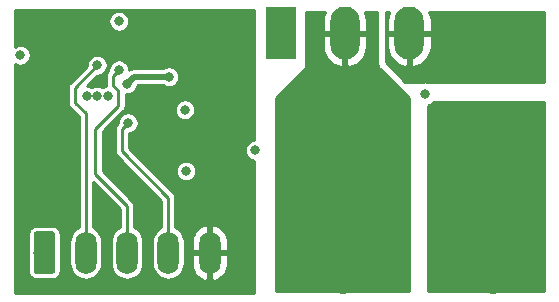
<source format=gbl>
G04 #@! TF.GenerationSoftware,KiCad,Pcbnew,(5.1.2)-2*
G04 #@! TF.CreationDate,2021-03-22T02:30:38-04:00*
G04 #@! TF.ProjectId,Repowered_Electronic_Load_Module,5265706f-7765-4726-9564-5f456c656374,rev?*
G04 #@! TF.SameCoordinates,Original*
G04 #@! TF.FileFunction,Copper,L4,Bot*
G04 #@! TF.FilePolarity,Positive*
%FSLAX46Y46*%
G04 Gerber Fmt 4.6, Leading zero omitted, Abs format (unit mm)*
G04 Created by KiCad (PCBNEW (5.1.2)-2) date 2021-03-22 02:30:38*
%MOMM*%
%LPD*%
G04 APERTURE LIST*
%ADD10C,0.900000*%
%ADD11C,8.600000*%
%ADD12O,1.800000X3.600000*%
%ADD13C,0.100000*%
%ADD14C,1.800000*%
%ADD15O,2.500000X4.500000*%
%ADD16R,2.500000X4.500000*%
%ADD17C,0.800000*%
%ADD18C,0.500000*%
%ADD19C,0.250000*%
%ADD20C,0.254000*%
G04 APERTURE END LIST*
D10*
X134730419Y-67969581D03*
X132450000Y-67025000D03*
X130169581Y-67969581D03*
X129225000Y-70250000D03*
X130169581Y-72530419D03*
X132450000Y-73475000D03*
X134730419Y-72530419D03*
X135675000Y-70250000D03*
D11*
X132450000Y-70250000D03*
D10*
X122030419Y-67969581D03*
X119750000Y-67025000D03*
X117469581Y-67969581D03*
X116525000Y-70250000D03*
X117469581Y-72530419D03*
X119750000Y-73475000D03*
X122030419Y-72530419D03*
X122975000Y-70250000D03*
D11*
X119750000Y-70250000D03*
D12*
X108500000Y-71050000D03*
X105000000Y-71050000D03*
X101500000Y-71050000D03*
X98000000Y-71050000D03*
D13*
G36*
X95174504Y-69251204D02*
G01*
X95198773Y-69254804D01*
X95222571Y-69260765D01*
X95245671Y-69269030D01*
X95267849Y-69279520D01*
X95288893Y-69292133D01*
X95308598Y-69306747D01*
X95326777Y-69323223D01*
X95343253Y-69341402D01*
X95357867Y-69361107D01*
X95370480Y-69382151D01*
X95380970Y-69404329D01*
X95389235Y-69427429D01*
X95395196Y-69451227D01*
X95398796Y-69475496D01*
X95400000Y-69500000D01*
X95400000Y-72600000D01*
X95398796Y-72624504D01*
X95395196Y-72648773D01*
X95389235Y-72672571D01*
X95380970Y-72695671D01*
X95370480Y-72717849D01*
X95357867Y-72738893D01*
X95343253Y-72758598D01*
X95326777Y-72776777D01*
X95308598Y-72793253D01*
X95288893Y-72807867D01*
X95267849Y-72820480D01*
X95245671Y-72830970D01*
X95222571Y-72839235D01*
X95198773Y-72845196D01*
X95174504Y-72848796D01*
X95150000Y-72850000D01*
X93850000Y-72850000D01*
X93825496Y-72848796D01*
X93801227Y-72845196D01*
X93777429Y-72839235D01*
X93754329Y-72830970D01*
X93732151Y-72820480D01*
X93711107Y-72807867D01*
X93691402Y-72793253D01*
X93673223Y-72776777D01*
X93656747Y-72758598D01*
X93642133Y-72738893D01*
X93629520Y-72717849D01*
X93619030Y-72695671D01*
X93610765Y-72672571D01*
X93604804Y-72648773D01*
X93601204Y-72624504D01*
X93600000Y-72600000D01*
X93600000Y-69500000D01*
X93601204Y-69475496D01*
X93604804Y-69451227D01*
X93610765Y-69427429D01*
X93619030Y-69404329D01*
X93629520Y-69382151D01*
X93642133Y-69361107D01*
X93656747Y-69341402D01*
X93673223Y-69323223D01*
X93691402Y-69306747D01*
X93711107Y-69292133D01*
X93732151Y-69279520D01*
X93754329Y-69269030D01*
X93777429Y-69260765D01*
X93801227Y-69254804D01*
X93825496Y-69251204D01*
X93850000Y-69250000D01*
X95150000Y-69250000D01*
X95174504Y-69251204D01*
X95174504Y-69251204D01*
G37*
D14*
X94500000Y-71050000D03*
D15*
X125400000Y-52500000D03*
X119950000Y-52500000D03*
D16*
X114500000Y-52500000D03*
D17*
X97225000Y-52475000D03*
X99875000Y-61525000D03*
X96875000Y-59700000D03*
X96300000Y-64775000D03*
X102100000Y-61450000D03*
X102850000Y-58950000D03*
X94475000Y-56150000D03*
X135400000Y-61050000D03*
X134492852Y-61050000D03*
X133585710Y-61050000D03*
X132678568Y-61050000D03*
X131771426Y-61050000D03*
X130864284Y-61050000D03*
X129957142Y-61050000D03*
X129050000Y-61050000D03*
X108600000Y-56150000D03*
X109350000Y-53650000D03*
X97050000Y-65725000D03*
X99875000Y-57825000D03*
X98975000Y-57825000D03*
X98075000Y-57825000D03*
X100800000Y-51475000D03*
X92475000Y-54350000D03*
X106400000Y-58950000D03*
X105050000Y-56150000D03*
X101500000Y-56750000D03*
X100800000Y-55575000D03*
X98975000Y-55200000D03*
X126750000Y-57600000D03*
X112350000Y-62400000D03*
X130914290Y-52900000D03*
X130007148Y-52900000D03*
X134542858Y-52900000D03*
X132728574Y-52900000D03*
X131821432Y-52900000D03*
X133635716Y-52900000D03*
X129100000Y-52900000D03*
X135450000Y-52900000D03*
X130300000Y-56100000D03*
X106500000Y-64150000D03*
X101600000Y-60050000D03*
D18*
X101500000Y-56750000D02*
X101500000Y-56750000D01*
X105050000Y-56150000D02*
X102100000Y-56150000D01*
X102100000Y-56150000D02*
X101500000Y-56750000D01*
D19*
X101500000Y-67100000D02*
X101500000Y-71000000D01*
X98825000Y-64425000D02*
X101500000Y-67100000D01*
X100300000Y-56075000D02*
X100300000Y-56900000D01*
X100800000Y-55575000D02*
X100300000Y-56075000D01*
X100300000Y-56900000D02*
X100775000Y-57375000D01*
X100775000Y-57375000D02*
X100775000Y-58650000D01*
X100775000Y-58650000D02*
X98825000Y-60600000D01*
X98825000Y-60600000D02*
X98825000Y-64425000D01*
X97075000Y-57100000D02*
X98975000Y-55200000D01*
X97075000Y-58350000D02*
X97075000Y-57100000D01*
X98000000Y-71000000D02*
X98000000Y-59275000D01*
X98000000Y-59275000D02*
X97075000Y-58350000D01*
X101600000Y-60050000D02*
X101050000Y-60600000D01*
X101050000Y-60600000D02*
X101050000Y-62450000D01*
X105000000Y-66400000D02*
X105000000Y-71000000D01*
X101050000Y-62450000D02*
X105000000Y-66400000D01*
D20*
G36*
X118257088Y-50661309D02*
G01*
X118125996Y-51007695D01*
X118065000Y-51373000D01*
X118065000Y-52373000D01*
X119823000Y-52373000D01*
X119823000Y-52353000D01*
X120077000Y-52353000D01*
X120077000Y-52373000D01*
X121835000Y-52373000D01*
X121835000Y-51373000D01*
X121774004Y-51007695D01*
X121642912Y-50661309D01*
X121642095Y-50660000D01*
X122665000Y-50660000D01*
X122665000Y-55000000D01*
X122677201Y-55123882D01*
X122713336Y-55243004D01*
X122772017Y-55352787D01*
X122850987Y-55449013D01*
X122875297Y-55473323D01*
X122875440Y-55474776D01*
X122882667Y-55498601D01*
X122894403Y-55520557D01*
X122910197Y-55539803D01*
X125373000Y-58002606D01*
X125373000Y-74340000D01*
X114127000Y-74340000D01*
X114127000Y-58002606D01*
X116589803Y-55539803D01*
X116605597Y-55520557D01*
X116617333Y-55498601D01*
X116624560Y-55474776D01*
X116627000Y-55450000D01*
X116627000Y-52627000D01*
X118065000Y-52627000D01*
X118065000Y-53627000D01*
X118125996Y-53992305D01*
X118257088Y-54338691D01*
X118453237Y-54652847D01*
X118706906Y-54922699D01*
X119008347Y-55137878D01*
X119345975Y-55290114D01*
X119530355Y-55337695D01*
X119823000Y-55221572D01*
X119823000Y-52627000D01*
X120077000Y-52627000D01*
X120077000Y-55221572D01*
X120369645Y-55337695D01*
X120554025Y-55290114D01*
X120891653Y-55137878D01*
X121193094Y-54922699D01*
X121446763Y-54652847D01*
X121642912Y-54338691D01*
X121774004Y-53992305D01*
X121835000Y-53627000D01*
X121835000Y-52627000D01*
X120077000Y-52627000D01*
X119823000Y-52627000D01*
X118065000Y-52627000D01*
X116627000Y-52627000D01*
X116627000Y-50660000D01*
X118257905Y-50660000D01*
X118257088Y-50661309D01*
X118257088Y-50661309D01*
G37*
X118257088Y-50661309D02*
X118125996Y-51007695D01*
X118065000Y-51373000D01*
X118065000Y-52373000D01*
X119823000Y-52373000D01*
X119823000Y-52353000D01*
X120077000Y-52353000D01*
X120077000Y-52373000D01*
X121835000Y-52373000D01*
X121835000Y-51373000D01*
X121774004Y-51007695D01*
X121642912Y-50661309D01*
X121642095Y-50660000D01*
X122665000Y-50660000D01*
X122665000Y-55000000D01*
X122677201Y-55123882D01*
X122713336Y-55243004D01*
X122772017Y-55352787D01*
X122850987Y-55449013D01*
X122875297Y-55473323D01*
X122875440Y-55474776D01*
X122882667Y-55498601D01*
X122894403Y-55520557D01*
X122910197Y-55539803D01*
X125373000Y-58002606D01*
X125373000Y-74340000D01*
X114127000Y-74340000D01*
X114127000Y-58002606D01*
X116589803Y-55539803D01*
X116605597Y-55520557D01*
X116617333Y-55498601D01*
X116624560Y-55474776D01*
X116627000Y-55450000D01*
X116627000Y-52627000D01*
X118065000Y-52627000D01*
X118065000Y-53627000D01*
X118125996Y-53992305D01*
X118257088Y-54338691D01*
X118453237Y-54652847D01*
X118706906Y-54922699D01*
X119008347Y-55137878D01*
X119345975Y-55290114D01*
X119530355Y-55337695D01*
X119823000Y-55221572D01*
X119823000Y-52627000D01*
X120077000Y-52627000D01*
X120077000Y-55221572D01*
X120369645Y-55337695D01*
X120554025Y-55290114D01*
X120891653Y-55137878D01*
X121193094Y-54922699D01*
X121446763Y-54652847D01*
X121642912Y-54338691D01*
X121774004Y-53992305D01*
X121835000Y-53627000D01*
X121835000Y-52627000D01*
X120077000Y-52627000D01*
X119823000Y-52627000D01*
X118065000Y-52627000D01*
X116627000Y-52627000D01*
X116627000Y-50660000D01*
X118257905Y-50660000D01*
X118257088Y-50661309D01*
G36*
X123707088Y-50661309D02*
G01*
X123575996Y-51007695D01*
X123515000Y-51373000D01*
X123515000Y-52373000D01*
X125273000Y-52373000D01*
X125273000Y-52353000D01*
X125527000Y-52353000D01*
X125527000Y-52373000D01*
X127285000Y-52373000D01*
X127285000Y-51373000D01*
X127224004Y-51007695D01*
X127092912Y-50661309D01*
X127092095Y-50660000D01*
X136840000Y-50660000D01*
X136840000Y-56573000D01*
X126892158Y-56573000D01*
X126851939Y-56565000D01*
X126648061Y-56565000D01*
X126607842Y-56573000D01*
X125052606Y-56573000D01*
X123427000Y-54947394D01*
X123427000Y-52627000D01*
X123515000Y-52627000D01*
X123515000Y-53627000D01*
X123575996Y-53992305D01*
X123707088Y-54338691D01*
X123903237Y-54652847D01*
X124156906Y-54922699D01*
X124458347Y-55137878D01*
X124795975Y-55290114D01*
X124980355Y-55337695D01*
X125273000Y-55221572D01*
X125273000Y-52627000D01*
X125527000Y-52627000D01*
X125527000Y-55221572D01*
X125819645Y-55337695D01*
X126004025Y-55290114D01*
X126341653Y-55137878D01*
X126643094Y-54922699D01*
X126896763Y-54652847D01*
X127092912Y-54338691D01*
X127224004Y-53992305D01*
X127285000Y-53627000D01*
X127285000Y-52627000D01*
X125527000Y-52627000D01*
X125273000Y-52627000D01*
X123515000Y-52627000D01*
X123427000Y-52627000D01*
X123427000Y-50660000D01*
X123707905Y-50660000D01*
X123707088Y-50661309D01*
X123707088Y-50661309D01*
G37*
X123707088Y-50661309D02*
X123575996Y-51007695D01*
X123515000Y-51373000D01*
X123515000Y-52373000D01*
X125273000Y-52373000D01*
X125273000Y-52353000D01*
X125527000Y-52353000D01*
X125527000Y-52373000D01*
X127285000Y-52373000D01*
X127285000Y-51373000D01*
X127224004Y-51007695D01*
X127092912Y-50661309D01*
X127092095Y-50660000D01*
X136840000Y-50660000D01*
X136840000Y-56573000D01*
X126892158Y-56573000D01*
X126851939Y-56565000D01*
X126648061Y-56565000D01*
X126607842Y-56573000D01*
X125052606Y-56573000D01*
X123427000Y-54947394D01*
X123427000Y-52627000D01*
X123515000Y-52627000D01*
X123515000Y-53627000D01*
X123575996Y-53992305D01*
X123707088Y-54338691D01*
X123903237Y-54652847D01*
X124156906Y-54922699D01*
X124458347Y-55137878D01*
X124795975Y-55290114D01*
X124980355Y-55337695D01*
X125273000Y-55221572D01*
X125273000Y-52627000D01*
X125527000Y-52627000D01*
X125527000Y-55221572D01*
X125819645Y-55337695D01*
X126004025Y-55290114D01*
X126341653Y-55137878D01*
X126643094Y-54922699D01*
X126896763Y-54652847D01*
X127092912Y-54338691D01*
X127224004Y-53992305D01*
X127285000Y-53627000D01*
X127285000Y-52627000D01*
X125527000Y-52627000D01*
X125273000Y-52627000D01*
X123515000Y-52627000D01*
X123427000Y-52627000D01*
X123427000Y-50660000D01*
X123707905Y-50660000D01*
X123707088Y-50661309D01*
G36*
X136840000Y-58323911D02*
G01*
X136840001Y-74340000D01*
X126952000Y-74340000D01*
X126952000Y-58615097D01*
X127051898Y-58595226D01*
X127240256Y-58517205D01*
X127409774Y-58403937D01*
X127533391Y-58280320D01*
X136840000Y-58323911D01*
X136840000Y-58323911D01*
G37*
X136840000Y-58323911D02*
X136840001Y-74340000D01*
X126952000Y-74340000D01*
X126952000Y-58615097D01*
X127051898Y-58595226D01*
X127240256Y-58517205D01*
X127409774Y-58403937D01*
X127533391Y-58280320D01*
X136840000Y-58323911D01*
G36*
X112223000Y-61531081D02*
G01*
X112094189Y-61556703D01*
X111934585Y-61622813D01*
X111790945Y-61718790D01*
X111668790Y-61840945D01*
X111572813Y-61984585D01*
X111506703Y-62144189D01*
X111473000Y-62313623D01*
X111473000Y-62486377D01*
X111506703Y-62655811D01*
X111572813Y-62815415D01*
X111668790Y-62959055D01*
X111790945Y-63081210D01*
X111934585Y-63177187D01*
X112094189Y-63243297D01*
X112223000Y-63268919D01*
X112223000Y-74498000D01*
X92002000Y-74498000D01*
X92002000Y-69500000D01*
X93120693Y-69500000D01*
X93120693Y-72600000D01*
X93134706Y-72742281D01*
X93176208Y-72879094D01*
X93243603Y-73005181D01*
X93334302Y-73115698D01*
X93444819Y-73206397D01*
X93570906Y-73273792D01*
X93707719Y-73315294D01*
X93850000Y-73329307D01*
X95150000Y-73329307D01*
X95292281Y-73315294D01*
X95429094Y-73273792D01*
X95555181Y-73206397D01*
X95665698Y-73115698D01*
X95756397Y-73005181D01*
X95823792Y-72879094D01*
X95865294Y-72742281D01*
X95879307Y-72600000D01*
X95879307Y-69500000D01*
X95865294Y-69357719D01*
X95823792Y-69220906D01*
X95756397Y-69094819D01*
X95665698Y-68984302D01*
X95555181Y-68893603D01*
X95429094Y-68826208D01*
X95292281Y-68784706D01*
X95150000Y-68770693D01*
X93850000Y-68770693D01*
X93707719Y-68784706D01*
X93570906Y-68826208D01*
X93444819Y-68893603D01*
X93334302Y-68984302D01*
X93243603Y-69094819D01*
X93176208Y-69220906D01*
X93134706Y-69357719D01*
X93120693Y-69500000D01*
X92002000Y-69500000D01*
X92002000Y-57100000D01*
X96470089Y-57100000D01*
X96473001Y-57129566D01*
X96473000Y-58320443D01*
X96470089Y-58350000D01*
X96473000Y-58379556D01*
X96473000Y-58379565D01*
X96481711Y-58468011D01*
X96516134Y-58581489D01*
X96572034Y-58686070D01*
X96647263Y-58777737D01*
X96670234Y-58796589D01*
X97398001Y-59524357D01*
X97398000Y-68910412D01*
X97231279Y-68999527D01*
X97021603Y-69171604D01*
X96849527Y-69381280D01*
X96721663Y-69620496D01*
X96642925Y-69880062D01*
X96623000Y-70082361D01*
X96623000Y-72017640D01*
X96642926Y-72219939D01*
X96721664Y-72479505D01*
X96849528Y-72718721D01*
X97021604Y-72928397D01*
X97231280Y-73100473D01*
X97470496Y-73228337D01*
X97730062Y-73307075D01*
X98000000Y-73333662D01*
X98269939Y-73307075D01*
X98529505Y-73228337D01*
X98768721Y-73100473D01*
X98978397Y-72928397D01*
X99150473Y-72718721D01*
X99278337Y-72479505D01*
X99357075Y-72219939D01*
X99377000Y-72017640D01*
X99377000Y-70082360D01*
X99357075Y-69880061D01*
X99278337Y-69620495D01*
X99150473Y-69381279D01*
X98978396Y-69171603D01*
X98768720Y-68999527D01*
X98602000Y-68910413D01*
X98602000Y-65053355D01*
X100898000Y-67349357D01*
X100898000Y-68910412D01*
X100731279Y-68999527D01*
X100521603Y-69171604D01*
X100349527Y-69381280D01*
X100221663Y-69620496D01*
X100142925Y-69880062D01*
X100123000Y-70082361D01*
X100123000Y-72017640D01*
X100142926Y-72219939D01*
X100221664Y-72479505D01*
X100349528Y-72718721D01*
X100521604Y-72928397D01*
X100731280Y-73100473D01*
X100970496Y-73228337D01*
X101230062Y-73307075D01*
X101500000Y-73333662D01*
X101769939Y-73307075D01*
X102029505Y-73228337D01*
X102268721Y-73100473D01*
X102478397Y-72928397D01*
X102650473Y-72718721D01*
X102778337Y-72479505D01*
X102857075Y-72219939D01*
X102877000Y-72017640D01*
X102877000Y-70082360D01*
X102857075Y-69880061D01*
X102778337Y-69620495D01*
X102650473Y-69381279D01*
X102478396Y-69171603D01*
X102268720Y-68999527D01*
X102102000Y-68910413D01*
X102102000Y-67129556D01*
X102104911Y-67099999D01*
X102102000Y-67070443D01*
X102102000Y-67070434D01*
X102093289Y-66981988D01*
X102058866Y-66868510D01*
X102002966Y-66763929D01*
X101992286Y-66750916D01*
X101946584Y-66695227D01*
X101946580Y-66695223D01*
X101927737Y-66672263D01*
X101904778Y-66653421D01*
X99427000Y-64175645D01*
X99427000Y-60849355D01*
X99676355Y-60600000D01*
X100445089Y-60600000D01*
X100448000Y-60629557D01*
X100448001Y-62420434D01*
X100445089Y-62450000D01*
X100456712Y-62568012D01*
X100491134Y-62681489D01*
X100491135Y-62681490D01*
X100547035Y-62786071D01*
X100622264Y-62877737D01*
X100645229Y-62896584D01*
X104398000Y-66649356D01*
X104398001Y-68910412D01*
X104231279Y-68999527D01*
X104021603Y-69171604D01*
X103849527Y-69381280D01*
X103721663Y-69620496D01*
X103642925Y-69880062D01*
X103623000Y-70082361D01*
X103623000Y-72017640D01*
X103642926Y-72219939D01*
X103721664Y-72479505D01*
X103849528Y-72718721D01*
X104021604Y-72928397D01*
X104231280Y-73100473D01*
X104470496Y-73228337D01*
X104730062Y-73307075D01*
X105000000Y-73333662D01*
X105269939Y-73307075D01*
X105529505Y-73228337D01*
X105768721Y-73100473D01*
X105978397Y-72928397D01*
X106150473Y-72718721D01*
X106278337Y-72479505D01*
X106357075Y-72219939D01*
X106377000Y-72017640D01*
X106377000Y-71177000D01*
X106965000Y-71177000D01*
X106965000Y-72077000D01*
X107019271Y-72374023D01*
X107130446Y-72654751D01*
X107294252Y-72908396D01*
X107504394Y-73125210D01*
X107752796Y-73296862D01*
X108029913Y-73416755D01*
X108135260Y-73441036D01*
X108373000Y-73320378D01*
X108373000Y-71177000D01*
X108627000Y-71177000D01*
X108627000Y-73320378D01*
X108864740Y-73441036D01*
X108970087Y-73416755D01*
X109247204Y-73296862D01*
X109495606Y-73125210D01*
X109705748Y-72908396D01*
X109869554Y-72654751D01*
X109980729Y-72374023D01*
X110035000Y-72077000D01*
X110035000Y-71177000D01*
X108627000Y-71177000D01*
X108373000Y-71177000D01*
X106965000Y-71177000D01*
X106377000Y-71177000D01*
X106377000Y-70082360D01*
X106371154Y-70023000D01*
X106965000Y-70023000D01*
X106965000Y-70923000D01*
X108373000Y-70923000D01*
X108373000Y-68779622D01*
X108627000Y-68779622D01*
X108627000Y-70923000D01*
X110035000Y-70923000D01*
X110035000Y-70023000D01*
X109980729Y-69725977D01*
X109869554Y-69445249D01*
X109705748Y-69191604D01*
X109495606Y-68974790D01*
X109247204Y-68803138D01*
X108970087Y-68683245D01*
X108864740Y-68658964D01*
X108627000Y-68779622D01*
X108373000Y-68779622D01*
X108135260Y-68658964D01*
X108029913Y-68683245D01*
X107752796Y-68803138D01*
X107504394Y-68974790D01*
X107294252Y-69191604D01*
X107130446Y-69445249D01*
X107019271Y-69725977D01*
X106965000Y-70023000D01*
X106371154Y-70023000D01*
X106357075Y-69880061D01*
X106278337Y-69620495D01*
X106150473Y-69381279D01*
X105978396Y-69171603D01*
X105768720Y-68999527D01*
X105602000Y-68910413D01*
X105602000Y-66429559D01*
X105604911Y-66400000D01*
X105602000Y-66370441D01*
X105602000Y-66370434D01*
X105593289Y-66281988D01*
X105558866Y-66168510D01*
X105502967Y-66063930D01*
X105502966Y-66063928D01*
X105446584Y-65995228D01*
X105427737Y-65972263D01*
X105404773Y-65953417D01*
X103514979Y-64063623D01*
X105623000Y-64063623D01*
X105623000Y-64236377D01*
X105656703Y-64405811D01*
X105722813Y-64565415D01*
X105818790Y-64709055D01*
X105940945Y-64831210D01*
X106084585Y-64927187D01*
X106244189Y-64993297D01*
X106413623Y-65027000D01*
X106586377Y-65027000D01*
X106755811Y-64993297D01*
X106915415Y-64927187D01*
X107059055Y-64831210D01*
X107181210Y-64709055D01*
X107277187Y-64565415D01*
X107343297Y-64405811D01*
X107377000Y-64236377D01*
X107377000Y-64063623D01*
X107343297Y-63894189D01*
X107277187Y-63734585D01*
X107181210Y-63590945D01*
X107059055Y-63468790D01*
X106915415Y-63372813D01*
X106755811Y-63306703D01*
X106586377Y-63273000D01*
X106413623Y-63273000D01*
X106244189Y-63306703D01*
X106084585Y-63372813D01*
X105940945Y-63468790D01*
X105818790Y-63590945D01*
X105722813Y-63734585D01*
X105656703Y-63894189D01*
X105623000Y-64063623D01*
X103514979Y-64063623D01*
X101652000Y-62200645D01*
X101652000Y-60927000D01*
X101686377Y-60927000D01*
X101855811Y-60893297D01*
X102015415Y-60827187D01*
X102159055Y-60731210D01*
X102281210Y-60609055D01*
X102377187Y-60465415D01*
X102443297Y-60305811D01*
X102477000Y-60136377D01*
X102477000Y-59963623D01*
X102443297Y-59794189D01*
X102377187Y-59634585D01*
X102281210Y-59490945D01*
X102159055Y-59368790D01*
X102015415Y-59272813D01*
X101855811Y-59206703D01*
X101686377Y-59173000D01*
X101513623Y-59173000D01*
X101344189Y-59206703D01*
X101184585Y-59272813D01*
X101040945Y-59368790D01*
X100918790Y-59490945D01*
X100822813Y-59634585D01*
X100756703Y-59794189D01*
X100723000Y-59963623D01*
X100723000Y-60075645D01*
X100645233Y-60153412D01*
X100622263Y-60172263D01*
X100547034Y-60263930D01*
X100491134Y-60368511D01*
X100456711Y-60481989D01*
X100448000Y-60570435D01*
X100448000Y-60570444D01*
X100445089Y-60600000D01*
X99676355Y-60600000D01*
X101179777Y-59096580D01*
X101202737Y-59077737D01*
X101221580Y-59054777D01*
X101221584Y-59054773D01*
X101277965Y-58986072D01*
X101277966Y-58986071D01*
X101333866Y-58881490D01*
X101339285Y-58863623D01*
X105523000Y-58863623D01*
X105523000Y-59036377D01*
X105556703Y-59205811D01*
X105622813Y-59365415D01*
X105718790Y-59509055D01*
X105840945Y-59631210D01*
X105984585Y-59727187D01*
X106144189Y-59793297D01*
X106313623Y-59827000D01*
X106486377Y-59827000D01*
X106655811Y-59793297D01*
X106815415Y-59727187D01*
X106959055Y-59631210D01*
X107081210Y-59509055D01*
X107177187Y-59365415D01*
X107243297Y-59205811D01*
X107277000Y-59036377D01*
X107277000Y-58863623D01*
X107243297Y-58694189D01*
X107177187Y-58534585D01*
X107081210Y-58390945D01*
X106959055Y-58268790D01*
X106815415Y-58172813D01*
X106655811Y-58106703D01*
X106486377Y-58073000D01*
X106313623Y-58073000D01*
X106144189Y-58106703D01*
X105984585Y-58172813D01*
X105840945Y-58268790D01*
X105718790Y-58390945D01*
X105622813Y-58534585D01*
X105556703Y-58694189D01*
X105523000Y-58863623D01*
X101339285Y-58863623D01*
X101368289Y-58768012D01*
X101377000Y-58679566D01*
X101377000Y-58679557D01*
X101379911Y-58650001D01*
X101377000Y-58620444D01*
X101377000Y-57619715D01*
X101413623Y-57627000D01*
X101586377Y-57627000D01*
X101755811Y-57593297D01*
X101915415Y-57527187D01*
X102059055Y-57431210D01*
X102181210Y-57309055D01*
X102277187Y-57165415D01*
X102343297Y-57005811D01*
X102360921Y-56917212D01*
X102401133Y-56877000D01*
X104559475Y-56877000D01*
X104634585Y-56927187D01*
X104794189Y-56993297D01*
X104963623Y-57027000D01*
X105136377Y-57027000D01*
X105305811Y-56993297D01*
X105465415Y-56927187D01*
X105609055Y-56831210D01*
X105731210Y-56709055D01*
X105827187Y-56565415D01*
X105893297Y-56405811D01*
X105927000Y-56236377D01*
X105927000Y-56063623D01*
X105893297Y-55894189D01*
X105827187Y-55734585D01*
X105731210Y-55590945D01*
X105609055Y-55468790D01*
X105465415Y-55372813D01*
X105305811Y-55306703D01*
X105136377Y-55273000D01*
X104963623Y-55273000D01*
X104794189Y-55306703D01*
X104634585Y-55372813D01*
X104559475Y-55423000D01*
X102135707Y-55423000D01*
X102099999Y-55419483D01*
X101957482Y-55433520D01*
X101925587Y-55443195D01*
X101820443Y-55475090D01*
X101694147Y-55542597D01*
X101677000Y-55556669D01*
X101677000Y-55488623D01*
X101643297Y-55319189D01*
X101577187Y-55159585D01*
X101481210Y-55015945D01*
X101359055Y-54893790D01*
X101215415Y-54797813D01*
X101055811Y-54731703D01*
X100886377Y-54698000D01*
X100713623Y-54698000D01*
X100544189Y-54731703D01*
X100384585Y-54797813D01*
X100240945Y-54893790D01*
X100118790Y-55015945D01*
X100022813Y-55159585D01*
X99956703Y-55319189D01*
X99923000Y-55488623D01*
X99923000Y-55600645D01*
X99895233Y-55628411D01*
X99872263Y-55647263D01*
X99797034Y-55738930D01*
X99741134Y-55843511D01*
X99706711Y-55956989D01*
X99698000Y-56045435D01*
X99698000Y-56045444D01*
X99695089Y-56075000D01*
X99698000Y-56104556D01*
X99698000Y-56870444D01*
X99695089Y-56900000D01*
X99698000Y-56929556D01*
X99698000Y-56929566D01*
X99701522Y-56965326D01*
X99619189Y-56981703D01*
X99459585Y-57047813D01*
X99425000Y-57070922D01*
X99390415Y-57047813D01*
X99230811Y-56981703D01*
X99061377Y-56948000D01*
X98888623Y-56948000D01*
X98719189Y-56981703D01*
X98559585Y-57047813D01*
X98525000Y-57070922D01*
X98490415Y-57047813D01*
X98330811Y-56981703D01*
X98161377Y-56948000D01*
X98078355Y-56948000D01*
X98949356Y-56077000D01*
X99061377Y-56077000D01*
X99230811Y-56043297D01*
X99390415Y-55977187D01*
X99534055Y-55881210D01*
X99656210Y-55759055D01*
X99752187Y-55615415D01*
X99818297Y-55455811D01*
X99852000Y-55286377D01*
X99852000Y-55113623D01*
X99818297Y-54944189D01*
X99752187Y-54784585D01*
X99656210Y-54640945D01*
X99534055Y-54518790D01*
X99390415Y-54422813D01*
X99230811Y-54356703D01*
X99061377Y-54323000D01*
X98888623Y-54323000D01*
X98719189Y-54356703D01*
X98559585Y-54422813D01*
X98415945Y-54518790D01*
X98293790Y-54640945D01*
X98197813Y-54784585D01*
X98131703Y-54944189D01*
X98098000Y-55113623D01*
X98098000Y-55225644D01*
X96670229Y-56653416D01*
X96647264Y-56672263D01*
X96628417Y-56695228D01*
X96628416Y-56695229D01*
X96572035Y-56763929D01*
X96516134Y-56868511D01*
X96481712Y-56981988D01*
X96470089Y-57100000D01*
X92002000Y-57100000D01*
X92002000Y-55088710D01*
X92059585Y-55127187D01*
X92219189Y-55193297D01*
X92388623Y-55227000D01*
X92561377Y-55227000D01*
X92730811Y-55193297D01*
X92890415Y-55127187D01*
X93034055Y-55031210D01*
X93156210Y-54909055D01*
X93252187Y-54765415D01*
X93318297Y-54605811D01*
X93352000Y-54436377D01*
X93352000Y-54263623D01*
X93318297Y-54094189D01*
X93252187Y-53934585D01*
X93156210Y-53790945D01*
X93034055Y-53668790D01*
X92890415Y-53572813D01*
X92730811Y-53506703D01*
X92561377Y-53473000D01*
X92388623Y-53473000D01*
X92219189Y-53506703D01*
X92059585Y-53572813D01*
X92002000Y-53611290D01*
X92002000Y-51388623D01*
X99923000Y-51388623D01*
X99923000Y-51561377D01*
X99956703Y-51730811D01*
X100022813Y-51890415D01*
X100118790Y-52034055D01*
X100240945Y-52156210D01*
X100384585Y-52252187D01*
X100544189Y-52318297D01*
X100713623Y-52352000D01*
X100886377Y-52352000D01*
X101055811Y-52318297D01*
X101215415Y-52252187D01*
X101359055Y-52156210D01*
X101481210Y-52034055D01*
X101577187Y-51890415D01*
X101643297Y-51730811D01*
X101677000Y-51561377D01*
X101677000Y-51388623D01*
X101643297Y-51219189D01*
X101577187Y-51059585D01*
X101481210Y-50915945D01*
X101359055Y-50793790D01*
X101215415Y-50697813D01*
X101055811Y-50631703D01*
X100886377Y-50598000D01*
X100713623Y-50598000D01*
X100544189Y-50631703D01*
X100384585Y-50697813D01*
X100240945Y-50793790D01*
X100118790Y-50915945D01*
X100022813Y-51059585D01*
X99956703Y-51219189D01*
X99923000Y-51388623D01*
X92002000Y-51388623D01*
X92002000Y-50502000D01*
X112223000Y-50502000D01*
X112223000Y-61531081D01*
X112223000Y-61531081D01*
G37*
X112223000Y-61531081D02*
X112094189Y-61556703D01*
X111934585Y-61622813D01*
X111790945Y-61718790D01*
X111668790Y-61840945D01*
X111572813Y-61984585D01*
X111506703Y-62144189D01*
X111473000Y-62313623D01*
X111473000Y-62486377D01*
X111506703Y-62655811D01*
X111572813Y-62815415D01*
X111668790Y-62959055D01*
X111790945Y-63081210D01*
X111934585Y-63177187D01*
X112094189Y-63243297D01*
X112223000Y-63268919D01*
X112223000Y-74498000D01*
X92002000Y-74498000D01*
X92002000Y-69500000D01*
X93120693Y-69500000D01*
X93120693Y-72600000D01*
X93134706Y-72742281D01*
X93176208Y-72879094D01*
X93243603Y-73005181D01*
X93334302Y-73115698D01*
X93444819Y-73206397D01*
X93570906Y-73273792D01*
X93707719Y-73315294D01*
X93850000Y-73329307D01*
X95150000Y-73329307D01*
X95292281Y-73315294D01*
X95429094Y-73273792D01*
X95555181Y-73206397D01*
X95665698Y-73115698D01*
X95756397Y-73005181D01*
X95823792Y-72879094D01*
X95865294Y-72742281D01*
X95879307Y-72600000D01*
X95879307Y-69500000D01*
X95865294Y-69357719D01*
X95823792Y-69220906D01*
X95756397Y-69094819D01*
X95665698Y-68984302D01*
X95555181Y-68893603D01*
X95429094Y-68826208D01*
X95292281Y-68784706D01*
X95150000Y-68770693D01*
X93850000Y-68770693D01*
X93707719Y-68784706D01*
X93570906Y-68826208D01*
X93444819Y-68893603D01*
X93334302Y-68984302D01*
X93243603Y-69094819D01*
X93176208Y-69220906D01*
X93134706Y-69357719D01*
X93120693Y-69500000D01*
X92002000Y-69500000D01*
X92002000Y-57100000D01*
X96470089Y-57100000D01*
X96473001Y-57129566D01*
X96473000Y-58320443D01*
X96470089Y-58350000D01*
X96473000Y-58379556D01*
X96473000Y-58379565D01*
X96481711Y-58468011D01*
X96516134Y-58581489D01*
X96572034Y-58686070D01*
X96647263Y-58777737D01*
X96670234Y-58796589D01*
X97398001Y-59524357D01*
X97398000Y-68910412D01*
X97231279Y-68999527D01*
X97021603Y-69171604D01*
X96849527Y-69381280D01*
X96721663Y-69620496D01*
X96642925Y-69880062D01*
X96623000Y-70082361D01*
X96623000Y-72017640D01*
X96642926Y-72219939D01*
X96721664Y-72479505D01*
X96849528Y-72718721D01*
X97021604Y-72928397D01*
X97231280Y-73100473D01*
X97470496Y-73228337D01*
X97730062Y-73307075D01*
X98000000Y-73333662D01*
X98269939Y-73307075D01*
X98529505Y-73228337D01*
X98768721Y-73100473D01*
X98978397Y-72928397D01*
X99150473Y-72718721D01*
X99278337Y-72479505D01*
X99357075Y-72219939D01*
X99377000Y-72017640D01*
X99377000Y-70082360D01*
X99357075Y-69880061D01*
X99278337Y-69620495D01*
X99150473Y-69381279D01*
X98978396Y-69171603D01*
X98768720Y-68999527D01*
X98602000Y-68910413D01*
X98602000Y-65053355D01*
X100898000Y-67349357D01*
X100898000Y-68910412D01*
X100731279Y-68999527D01*
X100521603Y-69171604D01*
X100349527Y-69381280D01*
X100221663Y-69620496D01*
X100142925Y-69880062D01*
X100123000Y-70082361D01*
X100123000Y-72017640D01*
X100142926Y-72219939D01*
X100221664Y-72479505D01*
X100349528Y-72718721D01*
X100521604Y-72928397D01*
X100731280Y-73100473D01*
X100970496Y-73228337D01*
X101230062Y-73307075D01*
X101500000Y-73333662D01*
X101769939Y-73307075D01*
X102029505Y-73228337D01*
X102268721Y-73100473D01*
X102478397Y-72928397D01*
X102650473Y-72718721D01*
X102778337Y-72479505D01*
X102857075Y-72219939D01*
X102877000Y-72017640D01*
X102877000Y-70082360D01*
X102857075Y-69880061D01*
X102778337Y-69620495D01*
X102650473Y-69381279D01*
X102478396Y-69171603D01*
X102268720Y-68999527D01*
X102102000Y-68910413D01*
X102102000Y-67129556D01*
X102104911Y-67099999D01*
X102102000Y-67070443D01*
X102102000Y-67070434D01*
X102093289Y-66981988D01*
X102058866Y-66868510D01*
X102002966Y-66763929D01*
X101992286Y-66750916D01*
X101946584Y-66695227D01*
X101946580Y-66695223D01*
X101927737Y-66672263D01*
X101904778Y-66653421D01*
X99427000Y-64175645D01*
X99427000Y-60849355D01*
X99676355Y-60600000D01*
X100445089Y-60600000D01*
X100448000Y-60629557D01*
X100448001Y-62420434D01*
X100445089Y-62450000D01*
X100456712Y-62568012D01*
X100491134Y-62681489D01*
X100491135Y-62681490D01*
X100547035Y-62786071D01*
X100622264Y-62877737D01*
X100645229Y-62896584D01*
X104398000Y-66649356D01*
X104398001Y-68910412D01*
X104231279Y-68999527D01*
X104021603Y-69171604D01*
X103849527Y-69381280D01*
X103721663Y-69620496D01*
X103642925Y-69880062D01*
X103623000Y-70082361D01*
X103623000Y-72017640D01*
X103642926Y-72219939D01*
X103721664Y-72479505D01*
X103849528Y-72718721D01*
X104021604Y-72928397D01*
X104231280Y-73100473D01*
X104470496Y-73228337D01*
X104730062Y-73307075D01*
X105000000Y-73333662D01*
X105269939Y-73307075D01*
X105529505Y-73228337D01*
X105768721Y-73100473D01*
X105978397Y-72928397D01*
X106150473Y-72718721D01*
X106278337Y-72479505D01*
X106357075Y-72219939D01*
X106377000Y-72017640D01*
X106377000Y-71177000D01*
X106965000Y-71177000D01*
X106965000Y-72077000D01*
X107019271Y-72374023D01*
X107130446Y-72654751D01*
X107294252Y-72908396D01*
X107504394Y-73125210D01*
X107752796Y-73296862D01*
X108029913Y-73416755D01*
X108135260Y-73441036D01*
X108373000Y-73320378D01*
X108373000Y-71177000D01*
X108627000Y-71177000D01*
X108627000Y-73320378D01*
X108864740Y-73441036D01*
X108970087Y-73416755D01*
X109247204Y-73296862D01*
X109495606Y-73125210D01*
X109705748Y-72908396D01*
X109869554Y-72654751D01*
X109980729Y-72374023D01*
X110035000Y-72077000D01*
X110035000Y-71177000D01*
X108627000Y-71177000D01*
X108373000Y-71177000D01*
X106965000Y-71177000D01*
X106377000Y-71177000D01*
X106377000Y-70082360D01*
X106371154Y-70023000D01*
X106965000Y-70023000D01*
X106965000Y-70923000D01*
X108373000Y-70923000D01*
X108373000Y-68779622D01*
X108627000Y-68779622D01*
X108627000Y-70923000D01*
X110035000Y-70923000D01*
X110035000Y-70023000D01*
X109980729Y-69725977D01*
X109869554Y-69445249D01*
X109705748Y-69191604D01*
X109495606Y-68974790D01*
X109247204Y-68803138D01*
X108970087Y-68683245D01*
X108864740Y-68658964D01*
X108627000Y-68779622D01*
X108373000Y-68779622D01*
X108135260Y-68658964D01*
X108029913Y-68683245D01*
X107752796Y-68803138D01*
X107504394Y-68974790D01*
X107294252Y-69191604D01*
X107130446Y-69445249D01*
X107019271Y-69725977D01*
X106965000Y-70023000D01*
X106371154Y-70023000D01*
X106357075Y-69880061D01*
X106278337Y-69620495D01*
X106150473Y-69381279D01*
X105978396Y-69171603D01*
X105768720Y-68999527D01*
X105602000Y-68910413D01*
X105602000Y-66429559D01*
X105604911Y-66400000D01*
X105602000Y-66370441D01*
X105602000Y-66370434D01*
X105593289Y-66281988D01*
X105558866Y-66168510D01*
X105502967Y-66063930D01*
X105502966Y-66063928D01*
X105446584Y-65995228D01*
X105427737Y-65972263D01*
X105404773Y-65953417D01*
X103514979Y-64063623D01*
X105623000Y-64063623D01*
X105623000Y-64236377D01*
X105656703Y-64405811D01*
X105722813Y-64565415D01*
X105818790Y-64709055D01*
X105940945Y-64831210D01*
X106084585Y-64927187D01*
X106244189Y-64993297D01*
X106413623Y-65027000D01*
X106586377Y-65027000D01*
X106755811Y-64993297D01*
X106915415Y-64927187D01*
X107059055Y-64831210D01*
X107181210Y-64709055D01*
X107277187Y-64565415D01*
X107343297Y-64405811D01*
X107377000Y-64236377D01*
X107377000Y-64063623D01*
X107343297Y-63894189D01*
X107277187Y-63734585D01*
X107181210Y-63590945D01*
X107059055Y-63468790D01*
X106915415Y-63372813D01*
X106755811Y-63306703D01*
X106586377Y-63273000D01*
X106413623Y-63273000D01*
X106244189Y-63306703D01*
X106084585Y-63372813D01*
X105940945Y-63468790D01*
X105818790Y-63590945D01*
X105722813Y-63734585D01*
X105656703Y-63894189D01*
X105623000Y-64063623D01*
X103514979Y-64063623D01*
X101652000Y-62200645D01*
X101652000Y-60927000D01*
X101686377Y-60927000D01*
X101855811Y-60893297D01*
X102015415Y-60827187D01*
X102159055Y-60731210D01*
X102281210Y-60609055D01*
X102377187Y-60465415D01*
X102443297Y-60305811D01*
X102477000Y-60136377D01*
X102477000Y-59963623D01*
X102443297Y-59794189D01*
X102377187Y-59634585D01*
X102281210Y-59490945D01*
X102159055Y-59368790D01*
X102015415Y-59272813D01*
X101855811Y-59206703D01*
X101686377Y-59173000D01*
X101513623Y-59173000D01*
X101344189Y-59206703D01*
X101184585Y-59272813D01*
X101040945Y-59368790D01*
X100918790Y-59490945D01*
X100822813Y-59634585D01*
X100756703Y-59794189D01*
X100723000Y-59963623D01*
X100723000Y-60075645D01*
X100645233Y-60153412D01*
X100622263Y-60172263D01*
X100547034Y-60263930D01*
X100491134Y-60368511D01*
X100456711Y-60481989D01*
X100448000Y-60570435D01*
X100448000Y-60570444D01*
X100445089Y-60600000D01*
X99676355Y-60600000D01*
X101179777Y-59096580D01*
X101202737Y-59077737D01*
X101221580Y-59054777D01*
X101221584Y-59054773D01*
X101277965Y-58986072D01*
X101277966Y-58986071D01*
X101333866Y-58881490D01*
X101339285Y-58863623D01*
X105523000Y-58863623D01*
X105523000Y-59036377D01*
X105556703Y-59205811D01*
X105622813Y-59365415D01*
X105718790Y-59509055D01*
X105840945Y-59631210D01*
X105984585Y-59727187D01*
X106144189Y-59793297D01*
X106313623Y-59827000D01*
X106486377Y-59827000D01*
X106655811Y-59793297D01*
X106815415Y-59727187D01*
X106959055Y-59631210D01*
X107081210Y-59509055D01*
X107177187Y-59365415D01*
X107243297Y-59205811D01*
X107277000Y-59036377D01*
X107277000Y-58863623D01*
X107243297Y-58694189D01*
X107177187Y-58534585D01*
X107081210Y-58390945D01*
X106959055Y-58268790D01*
X106815415Y-58172813D01*
X106655811Y-58106703D01*
X106486377Y-58073000D01*
X106313623Y-58073000D01*
X106144189Y-58106703D01*
X105984585Y-58172813D01*
X105840945Y-58268790D01*
X105718790Y-58390945D01*
X105622813Y-58534585D01*
X105556703Y-58694189D01*
X105523000Y-58863623D01*
X101339285Y-58863623D01*
X101368289Y-58768012D01*
X101377000Y-58679566D01*
X101377000Y-58679557D01*
X101379911Y-58650001D01*
X101377000Y-58620444D01*
X101377000Y-57619715D01*
X101413623Y-57627000D01*
X101586377Y-57627000D01*
X101755811Y-57593297D01*
X101915415Y-57527187D01*
X102059055Y-57431210D01*
X102181210Y-57309055D01*
X102277187Y-57165415D01*
X102343297Y-57005811D01*
X102360921Y-56917212D01*
X102401133Y-56877000D01*
X104559475Y-56877000D01*
X104634585Y-56927187D01*
X104794189Y-56993297D01*
X104963623Y-57027000D01*
X105136377Y-57027000D01*
X105305811Y-56993297D01*
X105465415Y-56927187D01*
X105609055Y-56831210D01*
X105731210Y-56709055D01*
X105827187Y-56565415D01*
X105893297Y-56405811D01*
X105927000Y-56236377D01*
X105927000Y-56063623D01*
X105893297Y-55894189D01*
X105827187Y-55734585D01*
X105731210Y-55590945D01*
X105609055Y-55468790D01*
X105465415Y-55372813D01*
X105305811Y-55306703D01*
X105136377Y-55273000D01*
X104963623Y-55273000D01*
X104794189Y-55306703D01*
X104634585Y-55372813D01*
X104559475Y-55423000D01*
X102135707Y-55423000D01*
X102099999Y-55419483D01*
X101957482Y-55433520D01*
X101925587Y-55443195D01*
X101820443Y-55475090D01*
X101694147Y-55542597D01*
X101677000Y-55556669D01*
X101677000Y-55488623D01*
X101643297Y-55319189D01*
X101577187Y-55159585D01*
X101481210Y-55015945D01*
X101359055Y-54893790D01*
X101215415Y-54797813D01*
X101055811Y-54731703D01*
X100886377Y-54698000D01*
X100713623Y-54698000D01*
X100544189Y-54731703D01*
X100384585Y-54797813D01*
X100240945Y-54893790D01*
X100118790Y-55015945D01*
X100022813Y-55159585D01*
X99956703Y-55319189D01*
X99923000Y-55488623D01*
X99923000Y-55600645D01*
X99895233Y-55628411D01*
X99872263Y-55647263D01*
X99797034Y-55738930D01*
X99741134Y-55843511D01*
X99706711Y-55956989D01*
X99698000Y-56045435D01*
X99698000Y-56045444D01*
X99695089Y-56075000D01*
X99698000Y-56104556D01*
X99698000Y-56870444D01*
X99695089Y-56900000D01*
X99698000Y-56929556D01*
X99698000Y-56929566D01*
X99701522Y-56965326D01*
X99619189Y-56981703D01*
X99459585Y-57047813D01*
X99425000Y-57070922D01*
X99390415Y-57047813D01*
X99230811Y-56981703D01*
X99061377Y-56948000D01*
X98888623Y-56948000D01*
X98719189Y-56981703D01*
X98559585Y-57047813D01*
X98525000Y-57070922D01*
X98490415Y-57047813D01*
X98330811Y-56981703D01*
X98161377Y-56948000D01*
X98078355Y-56948000D01*
X98949356Y-56077000D01*
X99061377Y-56077000D01*
X99230811Y-56043297D01*
X99390415Y-55977187D01*
X99534055Y-55881210D01*
X99656210Y-55759055D01*
X99752187Y-55615415D01*
X99818297Y-55455811D01*
X99852000Y-55286377D01*
X99852000Y-55113623D01*
X99818297Y-54944189D01*
X99752187Y-54784585D01*
X99656210Y-54640945D01*
X99534055Y-54518790D01*
X99390415Y-54422813D01*
X99230811Y-54356703D01*
X99061377Y-54323000D01*
X98888623Y-54323000D01*
X98719189Y-54356703D01*
X98559585Y-54422813D01*
X98415945Y-54518790D01*
X98293790Y-54640945D01*
X98197813Y-54784585D01*
X98131703Y-54944189D01*
X98098000Y-55113623D01*
X98098000Y-55225644D01*
X96670229Y-56653416D01*
X96647264Y-56672263D01*
X96628417Y-56695228D01*
X96628416Y-56695229D01*
X96572035Y-56763929D01*
X96516134Y-56868511D01*
X96481712Y-56981988D01*
X96470089Y-57100000D01*
X92002000Y-57100000D01*
X92002000Y-55088710D01*
X92059585Y-55127187D01*
X92219189Y-55193297D01*
X92388623Y-55227000D01*
X92561377Y-55227000D01*
X92730811Y-55193297D01*
X92890415Y-55127187D01*
X93034055Y-55031210D01*
X93156210Y-54909055D01*
X93252187Y-54765415D01*
X93318297Y-54605811D01*
X93352000Y-54436377D01*
X93352000Y-54263623D01*
X93318297Y-54094189D01*
X93252187Y-53934585D01*
X93156210Y-53790945D01*
X93034055Y-53668790D01*
X92890415Y-53572813D01*
X92730811Y-53506703D01*
X92561377Y-53473000D01*
X92388623Y-53473000D01*
X92219189Y-53506703D01*
X92059585Y-53572813D01*
X92002000Y-53611290D01*
X92002000Y-51388623D01*
X99923000Y-51388623D01*
X99923000Y-51561377D01*
X99956703Y-51730811D01*
X100022813Y-51890415D01*
X100118790Y-52034055D01*
X100240945Y-52156210D01*
X100384585Y-52252187D01*
X100544189Y-52318297D01*
X100713623Y-52352000D01*
X100886377Y-52352000D01*
X101055811Y-52318297D01*
X101215415Y-52252187D01*
X101359055Y-52156210D01*
X101481210Y-52034055D01*
X101577187Y-51890415D01*
X101643297Y-51730811D01*
X101677000Y-51561377D01*
X101677000Y-51388623D01*
X101643297Y-51219189D01*
X101577187Y-51059585D01*
X101481210Y-50915945D01*
X101359055Y-50793790D01*
X101215415Y-50697813D01*
X101055811Y-50631703D01*
X100886377Y-50598000D01*
X100713623Y-50598000D01*
X100544189Y-50631703D01*
X100384585Y-50697813D01*
X100240945Y-50793790D01*
X100118790Y-50915945D01*
X100022813Y-51059585D01*
X99956703Y-51219189D01*
X99923000Y-51388623D01*
X92002000Y-51388623D01*
X92002000Y-50502000D01*
X112223000Y-50502000D01*
X112223000Y-61531081D01*
M02*

</source>
